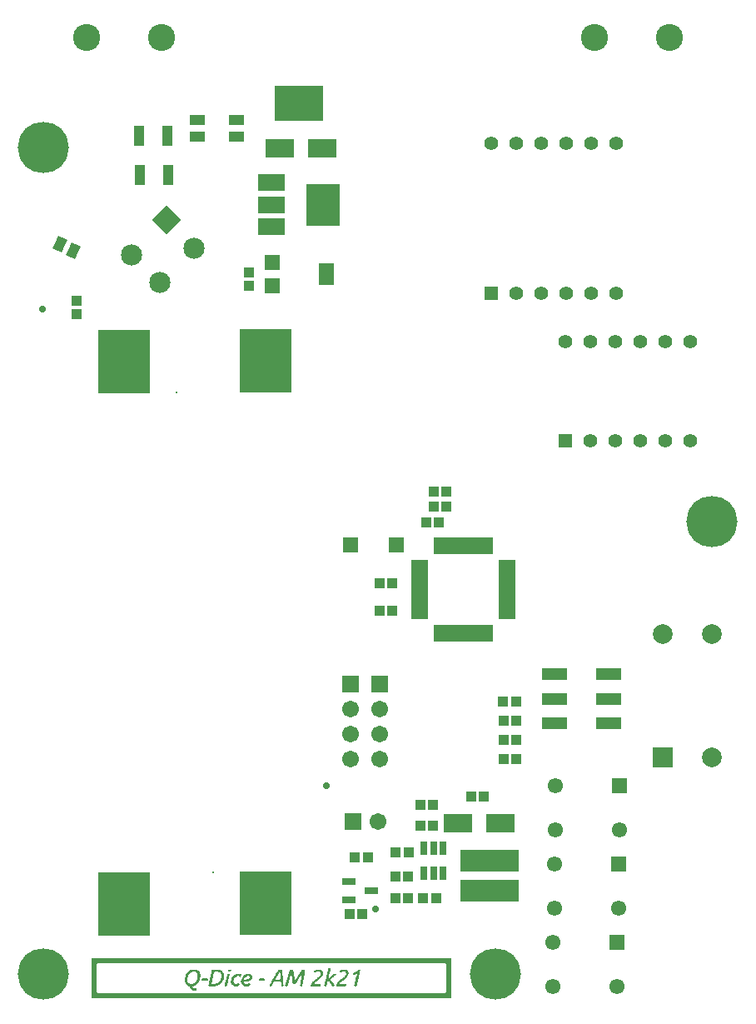
<source format=gts>
G04*
G04 #@! TF.GenerationSoftware,Altium Limited,Altium Designer,23.6.0 (18)*
G04*
G04 Layer_Color=8388736*
%FSLAX44Y44*%
%MOMM*%
G71*
G04*
G04 #@! TF.SameCoordinates,A28E5885-0542-4C94-BDD8-BFCE9456E40A*
G04*
G04*
G04 #@! TF.FilePolarity,Negative*
G04*
G01*
G75*
%ADD35R,2.5000X1.2000*%
%ADD36R,1.3532X0.8032*%
%ADD37R,1.5032X2.2032*%
%ADD38R,1.5032X1.5032*%
%ADD39R,1.7032X0.5032*%
%ADD40R,0.5032X1.7032*%
%ADD41R,5.9032X2.2032*%
G04:AMPARAMS|DCode=42|XSize=1.0032mm|YSize=1.4032mm|CornerRadius=0mm|HoleSize=0mm|Usage=FLASHONLY|Rotation=335.000|XOffset=0mm|YOffset=0mm|HoleType=Round|Shape=Rectangle|*
%AMROTATEDRECTD42*
4,1,4,-0.7511,-0.4239,-0.1581,0.8479,0.7511,0.4239,0.1581,-0.8479,-0.7511,-0.4239,0.0*
%
%ADD42ROTATEDRECTD42*%

%ADD43R,1.0032X1.1032*%
%ADD44R,1.1032X1.0032*%
%ADD45R,3.4532X4.2032*%
%ADD46R,2.7032X1.7032*%
%ADD47R,1.6032X1.0532*%
%ADD48R,1.5532X1.5532*%
%ADD49R,2.8532X1.9532*%
%ADD50R,0.7531X1.4031*%
%ADD51R,5.2832X6.5532*%
%ADD52R,1.1032X2.0032*%
%ADD53R,4.9032X3.6032*%
%ADD54R,1.7032X1.7032*%
%ADD55C,1.7032*%
%ADD56R,1.4034X1.4034*%
%ADD57C,1.4034*%
%ADD58R,1.7032X1.7032*%
%ADD59P,3.0451X4X360.0*%
%ADD60C,2.1532*%
%ADD61C,2.7532*%
%ADD62R,0.2032X0.2032*%
%ADD63C,2.0000*%
%ADD64R,2.0000X2.0000*%
%ADD65C,1.5500*%
%ADD66R,1.5500X1.5500*%
%ADD67C,5.2032*%
%ADD68C,0.7032*%
G36*
X693250Y228351D02*
Y228112D01*
Y227873D01*
Y227635D01*
Y227396D01*
Y227157D01*
Y226918D01*
Y226679D01*
Y226440D01*
Y226201D01*
Y225962D01*
Y225723D01*
Y225485D01*
Y225246D01*
Y225007D01*
Y224768D01*
Y224529D01*
Y224290D01*
Y224051D01*
Y223812D01*
Y223573D01*
Y223334D01*
Y223095D01*
Y222857D01*
Y222618D01*
Y222379D01*
Y222140D01*
Y221901D01*
Y221662D01*
Y221423D01*
Y221184D01*
Y220945D01*
Y220707D01*
Y220468D01*
Y220229D01*
Y219990D01*
Y219751D01*
Y219512D01*
Y219273D01*
Y219034D01*
Y218795D01*
Y218556D01*
Y218318D01*
Y218079D01*
Y217840D01*
Y217601D01*
Y217362D01*
Y217123D01*
Y216884D01*
Y216645D01*
Y216406D01*
Y216168D01*
Y215929D01*
Y215690D01*
Y215451D01*
Y215212D01*
Y214973D01*
Y214734D01*
Y214495D01*
Y214256D01*
Y214018D01*
Y213779D01*
Y213540D01*
Y213301D01*
Y213062D01*
Y212823D01*
Y212584D01*
Y212345D01*
Y212106D01*
Y211867D01*
Y211628D01*
Y211390D01*
Y211151D01*
Y210912D01*
Y210673D01*
Y210434D01*
Y210195D01*
Y209956D01*
Y209717D01*
Y209478D01*
Y209240D01*
Y209001D01*
Y208762D01*
Y208523D01*
Y208284D01*
Y208045D01*
Y207806D01*
Y207567D01*
Y207328D01*
Y207090D01*
Y206851D01*
Y206612D01*
Y206373D01*
Y206134D01*
Y205895D01*
Y205656D01*
Y205417D01*
Y205178D01*
Y204939D01*
Y204701D01*
Y204462D01*
Y204223D01*
Y203984D01*
Y203745D01*
Y203506D01*
Y203267D01*
Y203028D01*
Y202789D01*
Y202551D01*
Y202312D01*
Y202073D01*
Y201834D01*
Y201595D01*
Y201356D01*
Y201117D01*
Y200878D01*
Y200639D01*
Y200400D01*
Y200161D01*
Y199923D01*
Y199684D01*
Y199445D01*
Y199206D01*
Y198967D01*
Y198728D01*
Y198489D01*
Y198250D01*
Y198011D01*
Y197773D01*
Y197534D01*
Y197295D01*
Y197056D01*
Y196817D01*
Y196578D01*
Y196339D01*
Y196100D01*
Y195861D01*
Y195623D01*
Y195384D01*
Y195145D01*
Y194906D01*
Y194667D01*
Y194428D01*
Y194189D01*
Y193950D01*
Y193711D01*
Y193472D01*
Y193234D01*
Y192995D01*
Y192756D01*
Y192517D01*
Y192278D01*
Y192039D01*
Y191800D01*
Y191561D01*
Y191322D01*
Y191083D01*
Y190845D01*
Y190606D01*
Y190367D01*
Y190128D01*
Y189889D01*
Y189650D01*
Y189411D01*
Y189172D01*
Y188933D01*
Y188694D01*
Y188456D01*
Y188217D01*
X327500D01*
Y188456D01*
Y188694D01*
Y188933D01*
Y189172D01*
Y189411D01*
Y189650D01*
Y189889D01*
Y190128D01*
Y190367D01*
Y190606D01*
Y190845D01*
Y191083D01*
Y191322D01*
Y191561D01*
Y191800D01*
Y192039D01*
Y192278D01*
Y192517D01*
Y192756D01*
Y192995D01*
Y193234D01*
Y193472D01*
Y193711D01*
Y193950D01*
Y194189D01*
Y194428D01*
Y194667D01*
Y194906D01*
Y195145D01*
Y195384D01*
Y195623D01*
Y195861D01*
Y196100D01*
Y196339D01*
Y196578D01*
Y196817D01*
Y197056D01*
Y197295D01*
Y197534D01*
Y197773D01*
Y198011D01*
Y198250D01*
Y198489D01*
Y198728D01*
Y198967D01*
Y199206D01*
Y199445D01*
Y199684D01*
Y199923D01*
Y200161D01*
Y200400D01*
Y200639D01*
Y200878D01*
Y201117D01*
Y201356D01*
Y201595D01*
Y201834D01*
Y202073D01*
Y202312D01*
Y202551D01*
Y202789D01*
Y203028D01*
Y203267D01*
Y203506D01*
Y203745D01*
Y203984D01*
Y204223D01*
Y204462D01*
Y204701D01*
Y204939D01*
Y205178D01*
Y205417D01*
Y205656D01*
Y205895D01*
Y206134D01*
Y206373D01*
Y206612D01*
Y206851D01*
Y207090D01*
Y207328D01*
Y207567D01*
Y207806D01*
Y208045D01*
Y208284D01*
Y208523D01*
Y208762D01*
Y209001D01*
Y209240D01*
Y209478D01*
Y209717D01*
Y209956D01*
Y210195D01*
Y210434D01*
Y210673D01*
Y210912D01*
Y211151D01*
Y211390D01*
Y211628D01*
Y211867D01*
Y212106D01*
Y212345D01*
Y212584D01*
Y212823D01*
Y213062D01*
Y213301D01*
Y213540D01*
Y213779D01*
Y214018D01*
Y214256D01*
Y214495D01*
Y214734D01*
Y214973D01*
Y215212D01*
Y215451D01*
Y215690D01*
Y215929D01*
Y216168D01*
Y216406D01*
Y216645D01*
Y216884D01*
Y217123D01*
Y217362D01*
Y217601D01*
Y217840D01*
Y218079D01*
Y218318D01*
Y218556D01*
Y218795D01*
Y219034D01*
Y219273D01*
Y219512D01*
Y219751D01*
Y219990D01*
Y220229D01*
Y220468D01*
Y220707D01*
Y220945D01*
Y221184D01*
Y221423D01*
Y221662D01*
Y221901D01*
Y222140D01*
Y222379D01*
Y222618D01*
Y222857D01*
Y223095D01*
Y223334D01*
Y223573D01*
Y223812D01*
Y224051D01*
Y224290D01*
Y224529D01*
Y224768D01*
Y225007D01*
Y225246D01*
Y225485D01*
Y225723D01*
Y225962D01*
Y226201D01*
Y226440D01*
Y226679D01*
Y226918D01*
Y227157D01*
Y227396D01*
Y227635D01*
Y227873D01*
Y228112D01*
Y228351D01*
Y228590D01*
X693250D01*
Y228351D01*
D02*
G37*
%LPC*%
G36*
X687278Y223334D02*
X333472D01*
Y223095D01*
X333233D01*
Y222857D01*
X332995D01*
Y222618D01*
Y222379D01*
X332756D01*
Y222140D01*
Y221901D01*
Y221662D01*
Y221423D01*
Y221184D01*
Y220945D01*
Y220707D01*
Y220468D01*
Y220229D01*
Y219990D01*
Y219751D01*
Y219512D01*
Y219273D01*
Y219034D01*
Y218795D01*
Y218556D01*
Y218318D01*
Y218079D01*
Y217840D01*
Y217601D01*
Y217362D01*
Y217123D01*
Y216884D01*
Y216645D01*
Y216406D01*
Y216168D01*
Y215929D01*
Y215690D01*
Y215451D01*
Y215212D01*
Y214973D01*
Y214734D01*
Y214495D01*
Y214256D01*
Y214018D01*
Y213779D01*
Y213540D01*
Y213301D01*
Y213062D01*
Y212823D01*
Y212584D01*
Y212345D01*
Y212106D01*
Y211867D01*
Y211628D01*
Y211390D01*
Y211151D01*
Y210912D01*
Y210673D01*
Y210434D01*
Y210195D01*
Y209956D01*
Y209717D01*
Y209478D01*
Y209240D01*
Y209001D01*
Y208762D01*
Y208523D01*
Y208284D01*
Y208045D01*
Y207806D01*
Y207567D01*
Y207328D01*
Y207090D01*
Y206851D01*
Y206612D01*
Y206373D01*
Y206134D01*
Y205895D01*
Y205656D01*
Y205417D01*
Y205178D01*
Y204939D01*
Y204701D01*
Y204462D01*
Y204223D01*
Y203984D01*
Y203745D01*
Y203506D01*
Y203267D01*
Y203028D01*
Y202789D01*
Y202551D01*
Y202312D01*
Y202073D01*
Y201834D01*
Y201595D01*
Y201356D01*
Y201117D01*
Y200878D01*
Y200639D01*
Y200400D01*
Y200161D01*
Y199923D01*
Y199684D01*
Y199445D01*
Y199206D01*
Y198967D01*
Y198728D01*
Y198489D01*
Y198250D01*
Y198011D01*
Y197773D01*
Y197534D01*
Y197295D01*
Y197056D01*
Y196817D01*
Y196578D01*
Y196339D01*
Y196100D01*
Y195861D01*
Y195623D01*
Y195384D01*
Y195145D01*
Y194906D01*
Y194667D01*
Y194428D01*
Y194189D01*
Y193950D01*
Y193711D01*
X332995D01*
Y193472D01*
X333233D01*
Y193234D01*
X687516D01*
Y193472D01*
X687755D01*
Y193711D01*
X687994D01*
Y193950D01*
Y194189D01*
Y194428D01*
Y194667D01*
Y194906D01*
Y195145D01*
Y195384D01*
Y195623D01*
Y195861D01*
Y196100D01*
Y196339D01*
Y196578D01*
Y196817D01*
Y197056D01*
Y197295D01*
Y197534D01*
Y197773D01*
Y198011D01*
Y198250D01*
Y198489D01*
Y198728D01*
Y198967D01*
Y199206D01*
Y199445D01*
Y199684D01*
Y199923D01*
Y200161D01*
Y200400D01*
Y200639D01*
Y200878D01*
Y201117D01*
Y201356D01*
Y201595D01*
Y201834D01*
Y202073D01*
Y202312D01*
Y202551D01*
Y202789D01*
Y203028D01*
Y203267D01*
Y203506D01*
Y203745D01*
Y203984D01*
Y204223D01*
Y204462D01*
Y204701D01*
Y204939D01*
Y205178D01*
Y205417D01*
Y205656D01*
Y205895D01*
Y206134D01*
Y206373D01*
Y206612D01*
Y206851D01*
Y207090D01*
Y207328D01*
Y207567D01*
Y207806D01*
Y208045D01*
Y208284D01*
Y208523D01*
Y208762D01*
Y209001D01*
Y209240D01*
Y209478D01*
Y209717D01*
Y209956D01*
Y210195D01*
Y210434D01*
Y210673D01*
Y210912D01*
Y211151D01*
Y211390D01*
Y211628D01*
Y211867D01*
Y212106D01*
Y212345D01*
Y212584D01*
Y212823D01*
Y213062D01*
Y213301D01*
Y213540D01*
Y213779D01*
Y214018D01*
Y214256D01*
Y214495D01*
Y214734D01*
Y214973D01*
Y215212D01*
Y215451D01*
Y215690D01*
Y215929D01*
Y216168D01*
Y216406D01*
Y216645D01*
Y216884D01*
Y217123D01*
Y217362D01*
Y217601D01*
Y217840D01*
Y218079D01*
Y218318D01*
Y218556D01*
Y218795D01*
Y219034D01*
Y219273D01*
Y219512D01*
Y219751D01*
Y219990D01*
Y220229D01*
Y220468D01*
Y220707D01*
Y220945D01*
Y221184D01*
Y221423D01*
Y221662D01*
Y221901D01*
Y222140D01*
Y222379D01*
X687755D01*
Y222618D01*
Y222857D01*
X687516D01*
Y223095D01*
X687278D01*
Y223334D01*
D02*
G37*
%LPD*%
G36*
X468449Y216884D02*
X468927D01*
Y216645D01*
Y216406D01*
X469165D01*
Y216168D01*
X468927D01*
Y215929D01*
Y215690D01*
Y215451D01*
X468688D01*
Y215212D01*
X468210D01*
Y214973D01*
X466538D01*
Y215212D01*
X466299D01*
Y215451D01*
Y215690D01*
Y215929D01*
Y216168D01*
Y216406D01*
Y216645D01*
X466538D01*
Y216884D01*
X466777D01*
Y217123D01*
X468449D01*
Y216884D01*
D02*
G37*
G36*
X478721Y212345D02*
X479199D01*
Y212106D01*
X479438D01*
Y211867D01*
X479677D01*
Y211628D01*
Y211390D01*
Y211151D01*
Y210912D01*
X479438D01*
Y210673D01*
Y210434D01*
X479199D01*
Y210195D01*
Y209956D01*
X478960D01*
Y209717D01*
X478721D01*
Y209478D01*
X478005D01*
Y209717D01*
X477766D01*
Y209956D01*
X477527D01*
Y210195D01*
X477288D01*
Y210434D01*
X475854D01*
Y210195D01*
X475138D01*
Y209956D01*
X474899D01*
Y209717D01*
X474421D01*
Y209478D01*
X473704D01*
Y209240D01*
X473227D01*
Y209001D01*
X472988D01*
Y208762D01*
Y208523D01*
X472749D01*
Y208284D01*
X472510D01*
Y208045D01*
X472271D01*
Y207806D01*
X472032D01*
Y207567D01*
Y207328D01*
X471793D01*
Y207090D01*
Y206851D01*
Y206612D01*
Y206373D01*
Y206134D01*
Y205895D01*
Y205656D01*
X471554D01*
Y205417D01*
Y205178D01*
Y204939D01*
Y204701D01*
Y204462D01*
X471793D01*
Y204223D01*
Y203984D01*
Y203745D01*
X472032D01*
Y203506D01*
Y203267D01*
X472271D01*
Y203028D01*
X472510D01*
Y202789D01*
X472749D01*
Y202551D01*
X473227D01*
Y202312D01*
X475377D01*
Y202551D01*
X475616D01*
Y202789D01*
X475854D01*
Y203028D01*
X476332D01*
Y203267D01*
X477049D01*
Y203028D01*
X477288D01*
Y202789D01*
X477527D01*
Y202551D01*
Y202312D01*
X477766D01*
Y202073D01*
Y201834D01*
Y201595D01*
X477527D01*
Y201356D01*
Y201117D01*
X477288D01*
Y200878D01*
X477049D01*
Y200639D01*
X476810D01*
Y200400D01*
X476093D01*
Y200161D01*
X471793D01*
Y200400D01*
X471315D01*
Y200639D01*
X471077D01*
Y200878D01*
X470838D01*
Y201117D01*
X470360D01*
Y201356D01*
X470121D01*
Y201595D01*
X469882D01*
Y201834D01*
X469643D01*
Y202073D01*
Y202312D01*
Y202551D01*
X469404D01*
Y202789D01*
Y203028D01*
X469165D01*
Y203267D01*
Y203506D01*
X468927D01*
Y203745D01*
Y203984D01*
Y204223D01*
Y204462D01*
Y204701D01*
Y204939D01*
Y205178D01*
Y205417D01*
Y205656D01*
Y205895D01*
Y206134D01*
X469165D01*
Y206373D01*
Y206612D01*
Y206851D01*
X469404D01*
Y207090D01*
Y207328D01*
Y207567D01*
X469643D01*
Y207806D01*
Y208045D01*
Y208284D01*
X469882D01*
Y208523D01*
Y208762D01*
X470121D01*
Y209001D01*
X470360D01*
Y209240D01*
Y209478D01*
X470599D01*
Y209717D01*
X470838D01*
Y209956D01*
Y210195D01*
X471077D01*
Y210434D01*
X471315D01*
Y210673D01*
X471554D01*
Y210912D01*
X472032D01*
Y211151D01*
X472271D01*
Y211390D01*
X472749D01*
Y211628D01*
X473227D01*
Y211867D01*
X473466D01*
Y212106D01*
X473704D01*
Y212345D01*
X474182D01*
Y212584D01*
X478721D01*
Y212345D01*
D02*
G37*
G36*
X543940Y216884D02*
X544179D01*
Y216645D01*
Y216406D01*
Y216168D01*
Y215929D01*
Y215690D01*
Y215451D01*
X543940D01*
Y215212D01*
Y214973D01*
Y214734D01*
Y214495D01*
Y214256D01*
Y214018D01*
Y213779D01*
Y213540D01*
Y213301D01*
Y213062D01*
Y212823D01*
X543701D01*
Y212584D01*
Y212345D01*
Y212106D01*
Y211867D01*
Y211628D01*
Y211390D01*
Y211151D01*
X543462D01*
Y210912D01*
Y210673D01*
Y210434D01*
Y210195D01*
X543223D01*
Y209956D01*
Y209717D01*
Y209478D01*
X542984D01*
Y209240D01*
Y209001D01*
Y208762D01*
Y208523D01*
Y208284D01*
Y208045D01*
Y207806D01*
Y207567D01*
Y207328D01*
Y207090D01*
Y206851D01*
Y206612D01*
X542745D01*
Y206373D01*
Y206134D01*
Y205895D01*
Y205656D01*
Y205417D01*
X542506D01*
Y205178D01*
Y204939D01*
Y204701D01*
Y204462D01*
Y204223D01*
Y203984D01*
Y203745D01*
Y203506D01*
X542268D01*
Y203267D01*
Y203028D01*
X542029D01*
Y202789D01*
Y202551D01*
Y202312D01*
X541790D01*
Y202073D01*
Y201834D01*
Y201595D01*
Y201356D01*
Y201117D01*
Y200878D01*
Y200639D01*
Y200400D01*
X541551D01*
Y200161D01*
X539401D01*
Y200400D01*
X539162D01*
Y200639D01*
X538923D01*
Y200878D01*
Y201117D01*
X539162D01*
Y201356D01*
X539401D01*
Y201595D01*
Y201834D01*
X539640D01*
Y202073D01*
Y202312D01*
Y202551D01*
Y202789D01*
Y203028D01*
Y203267D01*
Y203506D01*
Y203745D01*
X539879D01*
Y203984D01*
Y204223D01*
Y204462D01*
Y204701D01*
Y204939D01*
Y205178D01*
Y205417D01*
Y205656D01*
X540118D01*
Y205895D01*
Y206134D01*
Y206373D01*
Y206612D01*
X540356D01*
Y206851D01*
Y207090D01*
Y207328D01*
Y207567D01*
Y207806D01*
X540595D01*
Y208045D01*
Y208284D01*
Y208523D01*
X540834D01*
Y208762D01*
Y209001D01*
Y209240D01*
Y209478D01*
Y209717D01*
Y209956D01*
Y210195D01*
Y210434D01*
Y210673D01*
Y210912D01*
X540595D01*
Y211151D01*
X540118D01*
Y210912D01*
X539879D01*
Y210673D01*
X539640D01*
Y210434D01*
Y210195D01*
X539401D01*
Y209956D01*
Y209717D01*
X539162D01*
Y209478D01*
Y209240D01*
X538923D01*
Y209001D01*
X538684D01*
Y208762D01*
X538445D01*
Y208523D01*
Y208284D01*
Y208045D01*
X538206D01*
Y207806D01*
Y207567D01*
X537967D01*
Y207328D01*
X537729D01*
Y207090D01*
X537490D01*
Y206851D01*
Y206612D01*
X537251D01*
Y206373D01*
Y206134D01*
X537012D01*
Y205895D01*
X536773D01*
Y205656D01*
Y205417D01*
X536534D01*
Y205178D01*
X536295D01*
Y204939D01*
Y204701D01*
X536056D01*
Y204462D01*
Y204223D01*
X535817D01*
Y203984D01*
X535578D01*
Y203745D01*
X535340D01*
Y203506D01*
X535101D01*
Y203267D01*
Y203028D01*
X534862D01*
Y202789D01*
Y202551D01*
X534384D01*
Y202312D01*
X532712D01*
Y202551D01*
X532234D01*
Y202789D01*
X531995D01*
Y203028D01*
X531756D01*
Y203267D01*
Y203506D01*
Y203745D01*
Y203984D01*
Y204223D01*
Y204462D01*
Y204701D01*
Y204939D01*
Y205178D01*
Y205417D01*
Y205656D01*
Y205895D01*
Y206134D01*
Y206373D01*
X531517D01*
Y206612D01*
Y206851D01*
Y207090D01*
Y207328D01*
X531278D01*
Y207567D01*
Y207806D01*
X531040D01*
Y208045D01*
Y208284D01*
Y208523D01*
Y208762D01*
Y209001D01*
Y209240D01*
Y209478D01*
Y209717D01*
X530801D01*
Y209956D01*
Y210195D01*
Y210434D01*
X530562D01*
Y210673D01*
X530323D01*
Y210912D01*
X529845D01*
Y210673D01*
X529606D01*
Y210434D01*
X529367D01*
Y210195D01*
Y209956D01*
X529128D01*
Y209717D01*
Y209478D01*
Y209240D01*
Y209001D01*
Y208762D01*
Y208523D01*
Y208284D01*
Y208045D01*
X528889D01*
Y207806D01*
Y207567D01*
Y207328D01*
X528651D01*
Y207090D01*
Y206851D01*
X528412D01*
Y206612D01*
Y206373D01*
X528173D01*
Y206134D01*
Y205895D01*
Y205656D01*
Y205417D01*
Y205178D01*
X527934D01*
Y204939D01*
Y204701D01*
Y204462D01*
Y204223D01*
Y203984D01*
Y203745D01*
X527695D01*
Y203506D01*
Y203267D01*
Y203028D01*
Y202789D01*
X527456D01*
Y202551D01*
Y202312D01*
X527217D01*
Y202073D01*
Y201834D01*
Y201595D01*
X526978D01*
Y201356D01*
Y201117D01*
Y200878D01*
Y200639D01*
X526739D01*
Y200400D01*
X526501D01*
Y200161D01*
X524350D01*
Y200400D01*
X524112D01*
Y200639D01*
Y200878D01*
Y201117D01*
X524350D01*
Y201356D01*
Y201595D01*
X524589D01*
Y201834D01*
Y202073D01*
X524828D01*
Y202312D01*
Y202551D01*
Y202789D01*
Y203028D01*
Y203267D01*
Y203506D01*
Y203745D01*
Y203984D01*
X525067D01*
Y204223D01*
Y204462D01*
Y204701D01*
X525306D01*
Y204939D01*
Y205178D01*
X525545D01*
Y205417D01*
Y205656D01*
X525784D01*
Y205895D01*
Y206134D01*
Y206373D01*
X526023D01*
Y206612D01*
Y206851D01*
Y207090D01*
Y207328D01*
Y207567D01*
Y207806D01*
Y208045D01*
X526262D01*
Y208284D01*
Y208523D01*
Y208762D01*
X526501D01*
Y209001D01*
Y209240D01*
X526739D01*
Y209478D01*
Y209717D01*
X526978D01*
Y209956D01*
Y210195D01*
Y210434D01*
Y210673D01*
Y210912D01*
X527217D01*
Y211151D01*
Y211390D01*
Y211628D01*
X527456D01*
Y211867D01*
Y212106D01*
Y212345D01*
Y212584D01*
X527695D01*
Y212823D01*
Y213062D01*
Y213301D01*
X527934D01*
Y213540D01*
Y213779D01*
X528173D01*
Y214018D01*
Y214256D01*
Y214495D01*
Y214734D01*
X528412D01*
Y214973D01*
Y215212D01*
Y215451D01*
Y215690D01*
X528651D01*
Y215929D01*
Y216168D01*
X528889D01*
Y216406D01*
Y216645D01*
X529128D01*
Y216884D01*
X529367D01*
Y217123D01*
X531756D01*
Y216884D01*
X532234D01*
Y216645D01*
Y216406D01*
X532473D01*
Y216168D01*
Y215929D01*
Y215690D01*
Y215451D01*
Y215212D01*
X532712D01*
Y214973D01*
Y214734D01*
Y214495D01*
Y214256D01*
Y214018D01*
Y213779D01*
Y213540D01*
X532951D01*
Y213301D01*
Y213062D01*
Y212823D01*
Y212584D01*
Y212345D01*
Y212106D01*
X533190D01*
Y211867D01*
Y211628D01*
Y211390D01*
X533428D01*
Y211151D01*
Y210912D01*
Y210673D01*
Y210434D01*
Y210195D01*
X533667D01*
Y209956D01*
Y209717D01*
Y209478D01*
Y209240D01*
Y209001D01*
Y208762D01*
Y208523D01*
Y208284D01*
Y208045D01*
Y207806D01*
Y207567D01*
Y207328D01*
X533906D01*
Y207090D01*
Y206851D01*
Y206612D01*
X534384D01*
Y206373D01*
X534623D01*
Y206612D01*
X534862D01*
Y206851D01*
X535101D01*
Y207090D01*
Y207328D01*
X535340D01*
Y207567D01*
Y207806D01*
X535578D01*
Y208045D01*
Y208284D01*
X535817D01*
Y208523D01*
X536056D01*
Y208762D01*
Y209001D01*
X536295D01*
Y209240D01*
Y209478D01*
X536534D01*
Y209717D01*
X536773D01*
Y209956D01*
X537012D01*
Y210195D01*
X537251D01*
Y210434D01*
Y210673D01*
X537490D01*
Y210912D01*
Y211151D01*
Y211390D01*
X537729D01*
Y211628D01*
X537967D01*
Y211867D01*
Y212106D01*
X538206D01*
Y212345D01*
X538445D01*
Y212584D01*
Y212823D01*
X538684D01*
Y213062D01*
Y213301D01*
X538923D01*
Y213540D01*
X539162D01*
Y213779D01*
X539401D01*
Y214018D01*
X539640D01*
Y214256D01*
Y214495D01*
Y214734D01*
X539879D01*
Y214973D01*
Y215212D01*
X540118D01*
Y215451D01*
X540356D01*
Y215690D01*
X540595D01*
Y215929D01*
Y216168D01*
X540834D01*
Y216406D01*
Y216645D01*
X541073D01*
Y216884D01*
X541312D01*
Y217123D01*
X543940D01*
Y216884D01*
D02*
G37*
G36*
X502850Y207806D02*
X503328D01*
Y207567D01*
X503567D01*
Y207328D01*
X503805D01*
Y207090D01*
Y206851D01*
Y206612D01*
X503567D01*
Y206373D01*
Y206134D01*
X503089D01*
Y205895D01*
X501894D01*
Y205656D01*
X501655D01*
Y205895D01*
X498788D01*
Y205656D01*
X498072D01*
Y205895D01*
X497355D01*
Y206134D01*
Y206373D01*
Y206612D01*
X497116D01*
Y206851D01*
X497355D01*
Y207090D01*
Y207328D01*
Y207567D01*
X497594D01*
Y207806D01*
X498311D01*
Y208045D01*
X502850D01*
Y207806D01*
D02*
G37*
G36*
X445276D02*
X445515D01*
Y207567D01*
Y207328D01*
Y207090D01*
Y206851D01*
Y206612D01*
Y206373D01*
Y206134D01*
X445276D01*
Y205895D01*
X444798D01*
Y205656D01*
X444081D01*
Y205895D01*
X439542D01*
Y206134D01*
X439303D01*
Y206373D01*
Y206612D01*
Y206851D01*
Y207090D01*
X439542D01*
Y207328D01*
Y207567D01*
X439781D01*
Y207806D01*
X440259D01*
Y208045D01*
X445276D01*
Y207806D01*
D02*
G37*
G36*
X488516Y212345D02*
X488994D01*
Y212106D01*
X489233D01*
Y211867D01*
X489711D01*
Y211628D01*
X489949D01*
Y211390D01*
X490188D01*
Y211151D01*
Y210912D01*
Y210673D01*
X490427D01*
Y210434D01*
Y210195D01*
Y209956D01*
X490666D01*
Y209717D01*
Y209478D01*
Y209240D01*
X490905D01*
Y209001D01*
X490666D01*
Y208762D01*
Y208523D01*
Y208284D01*
X490427D01*
Y208045D01*
Y207806D01*
X490188D01*
Y207567D01*
Y207328D01*
X489949D01*
Y207090D01*
Y206851D01*
X489711D01*
Y206612D01*
X489233D01*
Y206373D01*
Y206134D01*
X488755D01*
Y205895D01*
X488277D01*
Y205656D01*
X488038D01*
Y205417D01*
X487560D01*
Y205178D01*
X487083D01*
Y204939D01*
X485410D01*
Y204701D01*
X482544D01*
Y204462D01*
X482066D01*
Y204223D01*
Y203984D01*
Y203745D01*
Y203506D01*
Y203267D01*
X482305D01*
Y203028D01*
X482783D01*
Y202789D01*
X483021D01*
Y202551D01*
X483499D01*
Y202312D01*
X486127D01*
Y202551D01*
X486605D01*
Y202789D01*
X486844D01*
Y203028D01*
X487322D01*
Y203267D01*
X488038D01*
Y203028D01*
X488516D01*
Y202789D01*
Y202551D01*
X488755D01*
Y202312D01*
Y202073D01*
Y201834D01*
X488516D01*
Y201595D01*
X488277D01*
Y201356D01*
Y201117D01*
X488038D01*
Y200878D01*
X487799D01*
Y200639D01*
X487560D01*
Y200400D01*
X487083D01*
Y200161D01*
X481827D01*
Y200400D01*
X481588D01*
Y200639D01*
X481349D01*
Y200878D01*
X481110D01*
Y201117D01*
X480871D01*
Y201356D01*
X480393D01*
Y201595D01*
X480155D01*
Y201834D01*
Y202073D01*
X479916D01*
Y202312D01*
Y202551D01*
X479677D01*
Y202789D01*
Y203028D01*
X479438D01*
Y203267D01*
Y203506D01*
Y203745D01*
Y203984D01*
X479199D01*
Y204223D01*
Y204462D01*
Y204701D01*
Y204939D01*
Y205178D01*
Y205417D01*
X479438D01*
Y205656D01*
Y205895D01*
Y206134D01*
X479677D01*
Y206373D01*
Y206612D01*
X479916D01*
Y206851D01*
Y207090D01*
Y207328D01*
X480155D01*
Y207567D01*
Y207806D01*
Y208045D01*
Y208284D01*
Y208523D01*
X480393D01*
Y208762D01*
X480632D01*
Y209001D01*
X480871D01*
Y209240D01*
Y209478D01*
X481110D01*
Y209717D01*
Y209956D01*
X481349D01*
Y210195D01*
X481588D01*
Y210434D01*
X481827D01*
Y210673D01*
X482066D01*
Y210912D01*
X482305D01*
Y211151D01*
X482544D01*
Y211390D01*
X483021D01*
Y211628D01*
X483499D01*
Y211867D01*
X483738D01*
Y212106D01*
X483977D01*
Y212345D01*
X484455D01*
Y212584D01*
X488516D01*
Y212345D01*
D02*
G37*
G36*
X457221Y216884D02*
X457698D01*
Y216645D01*
X458176D01*
Y216406D01*
X458415D01*
Y216168D01*
X459132D01*
Y215929D01*
X459610D01*
Y215690D01*
X459849D01*
Y215451D01*
X460087D01*
Y215212D01*
X460326D01*
Y214973D01*
X460565D01*
Y214734D01*
Y214495D01*
X460804D01*
Y214256D01*
X461043D01*
Y214018D01*
Y213779D01*
X461282D01*
Y213540D01*
X461521D01*
Y213301D01*
Y213062D01*
Y212823D01*
Y212584D01*
Y212345D01*
Y212106D01*
Y211867D01*
Y211628D01*
Y211390D01*
X461760D01*
Y211151D01*
Y210912D01*
Y210673D01*
Y210434D01*
Y210195D01*
Y209956D01*
Y209717D01*
Y209478D01*
Y209240D01*
Y209001D01*
X461521D01*
Y208762D01*
Y208523D01*
Y208284D01*
Y208045D01*
Y207806D01*
Y207567D01*
Y207328D01*
Y207090D01*
Y206851D01*
X461282D01*
Y206612D01*
Y206373D01*
X461043D01*
Y206134D01*
X460804D01*
Y205895D01*
Y205656D01*
X460565D01*
Y205417D01*
Y205178D01*
X460326D01*
Y204939D01*
Y204701D01*
Y204462D01*
X460087D01*
Y204223D01*
Y203984D01*
X459849D01*
Y203745D01*
X459610D01*
Y203506D01*
X459371D01*
Y203267D01*
X459132D01*
Y203028D01*
X458893D01*
Y202789D01*
X458654D01*
Y202551D01*
X458415D01*
Y202312D01*
X457937D01*
Y202073D01*
X457698D01*
Y201834D01*
X457459D01*
Y201595D01*
X456982D01*
Y201356D01*
X456265D01*
Y201117D01*
X455787D01*
Y200878D01*
X455548D01*
Y200639D01*
X455070D01*
Y200400D01*
X453637D01*
Y200161D01*
X446470D01*
Y200400D01*
X445993D01*
Y200639D01*
Y200878D01*
Y201117D01*
Y201356D01*
X446231D01*
Y201595D01*
X446470D01*
Y201834D01*
Y202073D01*
X446709D01*
Y202312D01*
Y202551D01*
Y202789D01*
Y203028D01*
X446948D01*
Y203267D01*
Y203506D01*
Y203745D01*
Y203984D01*
Y204223D01*
Y204462D01*
Y204701D01*
Y204939D01*
Y205178D01*
Y205417D01*
X447187D01*
Y205656D01*
Y205895D01*
Y206134D01*
Y206373D01*
X447426D01*
Y206612D01*
Y206851D01*
Y207090D01*
X447665D01*
Y207328D01*
Y207567D01*
X447904D01*
Y207806D01*
Y208045D01*
Y208284D01*
Y208523D01*
Y208762D01*
Y209001D01*
X448143D01*
Y209240D01*
Y209478D01*
Y209717D01*
Y209956D01*
Y210195D01*
Y210434D01*
X448382D01*
Y210673D01*
Y210912D01*
Y211151D01*
Y211390D01*
Y211628D01*
X448620D01*
Y211867D01*
Y212106D01*
X448859D01*
Y212345D01*
Y212584D01*
X449098D01*
Y212823D01*
Y213062D01*
Y213301D01*
Y213540D01*
Y213779D01*
Y214018D01*
Y214256D01*
Y214495D01*
X449337D01*
Y214734D01*
Y214973D01*
Y215212D01*
Y215451D01*
Y215690D01*
Y215929D01*
Y216168D01*
X449576D01*
Y216406D01*
Y216645D01*
X449815D01*
Y216884D01*
X450054D01*
Y217123D01*
X457221D01*
Y216884D01*
D02*
G37*
G36*
X600319D02*
X600797D01*
Y216645D01*
Y216406D01*
Y216168D01*
X600558D01*
Y215929D01*
Y215690D01*
X600319D01*
Y215451D01*
Y215212D01*
Y214973D01*
Y214734D01*
Y214495D01*
Y214256D01*
X600080D01*
Y214018D01*
Y213779D01*
Y213540D01*
Y213301D01*
X599842D01*
Y213062D01*
Y212823D01*
Y212584D01*
Y212345D01*
X599603D01*
Y212106D01*
Y211867D01*
X599364D01*
Y211628D01*
Y211390D01*
Y211151D01*
X599125D01*
Y210912D01*
Y210673D01*
Y210434D01*
Y210195D01*
Y209956D01*
Y209717D01*
Y209478D01*
Y209240D01*
X598886D01*
Y209001D01*
Y208762D01*
Y208523D01*
Y208284D01*
Y208045D01*
Y207806D01*
X598647D01*
Y207567D01*
Y207328D01*
Y207090D01*
X598408D01*
Y206851D01*
Y206612D01*
X598169D01*
Y206373D01*
Y206134D01*
Y205895D01*
Y205656D01*
X597930D01*
Y205417D01*
Y205178D01*
Y204939D01*
Y204701D01*
Y204462D01*
Y204223D01*
X597691D01*
Y203984D01*
Y203745D01*
Y203506D01*
Y203267D01*
Y203028D01*
X597453D01*
Y202789D01*
Y202551D01*
X597214D01*
Y202312D01*
Y202073D01*
Y201834D01*
X596975D01*
Y201595D01*
Y201356D01*
Y201117D01*
Y200878D01*
Y200639D01*
X596736D01*
Y200400D01*
X596497D01*
Y200161D01*
X596019D01*
Y199923D01*
X595303D01*
Y200161D01*
X594586D01*
Y200400D01*
X594347D01*
Y200639D01*
Y200878D01*
Y201117D01*
X594586D01*
Y201356D01*
Y201595D01*
Y201834D01*
X594825D01*
Y202073D01*
Y202312D01*
Y202551D01*
Y202789D01*
Y203028D01*
Y203267D01*
Y203506D01*
X595064D01*
Y203745D01*
Y203984D01*
Y204223D01*
Y204462D01*
X595303D01*
Y204701D01*
Y204939D01*
Y205178D01*
Y205417D01*
X595541D01*
Y205656D01*
Y205895D01*
Y206134D01*
Y206373D01*
X595780D01*
Y206612D01*
Y206851D01*
Y207090D01*
Y207328D01*
Y207567D01*
X596019D01*
Y207806D01*
Y208045D01*
Y208284D01*
Y208523D01*
Y208762D01*
Y209001D01*
X596258D01*
Y209240D01*
Y209478D01*
Y209717D01*
Y209956D01*
X596497D01*
Y210195D01*
Y210434D01*
X596736D01*
Y210673D01*
Y210912D01*
X596975D01*
Y211151D01*
Y211390D01*
Y211628D01*
Y211867D01*
Y212106D01*
Y212345D01*
Y212584D01*
X596736D01*
Y212823D01*
X596019D01*
Y212584D01*
X595541D01*
Y212345D01*
Y212106D01*
X595303D01*
Y211867D01*
X595064D01*
Y211628D01*
X593630D01*
Y211867D01*
X593391D01*
Y212106D01*
Y212345D01*
X593153D01*
Y212584D01*
Y212823D01*
Y213062D01*
Y213301D01*
X593391D01*
Y213540D01*
X593630D01*
Y213779D01*
X594347D01*
Y214018D01*
X594586D01*
Y214256D01*
X594825D01*
Y214495D01*
X595303D01*
Y214734D01*
X595780D01*
Y214973D01*
X596258D01*
Y215212D01*
X596736D01*
Y215451D01*
X596975D01*
Y215690D01*
X597214D01*
Y215929D01*
X597691D01*
Y216168D01*
X597930D01*
Y216406D01*
X598169D01*
Y216645D01*
X598408D01*
Y216884D01*
X598647D01*
Y217123D01*
X600319D01*
Y216884D01*
D02*
G37*
G36*
X585986D02*
X586463D01*
Y216645D01*
X586941D01*
Y216406D01*
X587180D01*
Y216168D01*
X587419D01*
Y215929D01*
X587658D01*
Y215690D01*
X587897D01*
Y215451D01*
Y215212D01*
X588136D01*
Y214973D01*
Y214734D01*
X588375D01*
Y214495D01*
Y214256D01*
X588614D01*
Y214018D01*
Y213779D01*
Y213540D01*
Y213301D01*
Y213062D01*
Y212823D01*
Y212584D01*
Y212345D01*
Y212106D01*
X588375D01*
Y211867D01*
Y211628D01*
Y211390D01*
X588136D01*
Y211151D01*
Y210912D01*
X587897D01*
Y210673D01*
Y210434D01*
X587658D01*
Y210195D01*
Y209956D01*
Y209717D01*
X587419D01*
Y209478D01*
X587180D01*
Y209240D01*
X586702D01*
Y209001D01*
Y208762D01*
X586463D01*
Y208523D01*
X586225D01*
Y208284D01*
X585986D01*
Y208045D01*
X585508D01*
Y207806D01*
X585269D01*
Y207567D01*
X585030D01*
Y207328D01*
X584791D01*
Y207090D01*
X584313D01*
Y206851D01*
X584075D01*
Y206612D01*
X583836D01*
Y206373D01*
X583597D01*
Y206134D01*
X583119D01*
Y205895D01*
X582641D01*
Y205656D01*
X582163D01*
Y205417D01*
X581924D01*
Y205178D01*
X581685D01*
Y204939D01*
X581447D01*
Y204701D01*
X581208D01*
Y204462D01*
X580969D01*
Y204223D01*
X580730D01*
Y203984D01*
X580252D01*
Y203745D01*
X580013D01*
Y203506D01*
X579774D01*
Y203267D01*
X579535D01*
Y203028D01*
Y202789D01*
Y202551D01*
X579774D01*
Y202312D01*
X585986D01*
Y202073D01*
X586463D01*
Y201834D01*
Y201595D01*
Y201356D01*
Y201117D01*
Y200878D01*
Y200639D01*
X586225D01*
Y200400D01*
X585747D01*
Y200161D01*
X577863D01*
Y199923D01*
X576908D01*
Y200161D01*
X576430D01*
Y200400D01*
X576191D01*
Y200639D01*
Y200878D01*
Y201117D01*
Y201356D01*
Y201595D01*
X576430D01*
Y201834D01*
Y202073D01*
X576669D01*
Y202312D01*
Y202551D01*
X576908D01*
Y202789D01*
Y203028D01*
X577146D01*
Y203267D01*
X577385D01*
Y203506D01*
Y203745D01*
X577624D01*
Y203984D01*
Y204223D01*
X577863D01*
Y204462D01*
X578102D01*
Y204701D01*
X578580D01*
Y204939D01*
Y205178D01*
X578819D01*
Y205417D01*
X579058D01*
Y205656D01*
X579296D01*
Y205895D01*
X579774D01*
Y206134D01*
Y206373D01*
X580013D01*
Y206612D01*
X580252D01*
Y206851D01*
X580730D01*
Y207090D01*
X580969D01*
Y207328D01*
X581208D01*
Y207567D01*
X581685D01*
Y207806D01*
X581924D01*
Y208045D01*
X582402D01*
Y208284D01*
X582880D01*
Y208523D01*
X583119D01*
Y208762D01*
X583358D01*
Y209001D01*
X583836D01*
Y209240D01*
X584075D01*
Y209478D01*
X584313D01*
Y209717D01*
X584552D01*
Y209956D01*
X584791D01*
Y210195D01*
X585030D01*
Y210434D01*
X585269D01*
Y210673D01*
X585508D01*
Y210912D01*
Y211151D01*
X585747D01*
Y211390D01*
Y211628D01*
Y211867D01*
X585986D01*
Y212106D01*
Y212345D01*
Y212584D01*
Y212823D01*
Y213062D01*
Y213301D01*
X585747D01*
Y213540D01*
Y213779D01*
Y214018D01*
Y214256D01*
X585508D01*
Y214495D01*
X585269D01*
Y214734D01*
X585030D01*
Y214973D01*
X582402D01*
Y214734D01*
X581924D01*
Y214495D01*
X581685D01*
Y214256D01*
X581447D01*
Y214018D01*
X580969D01*
Y213779D01*
X580252D01*
Y214018D01*
X580013D01*
Y214256D01*
X579774D01*
Y214495D01*
X579535D01*
Y214734D01*
Y214973D01*
Y215212D01*
Y215451D01*
Y215690D01*
X579774D01*
Y215929D01*
X580013D01*
Y216168D01*
X580491D01*
Y216406D01*
X580969D01*
Y216645D01*
X581447D01*
Y216884D01*
X581924D01*
Y217123D01*
X585986D01*
Y216884D01*
D02*
G37*
G36*
X570219Y218079D02*
X570457D01*
Y217840D01*
Y217601D01*
Y217362D01*
Y217123D01*
Y216884D01*
Y216645D01*
X570219D01*
Y216406D01*
Y216168D01*
Y215929D01*
Y215690D01*
X569980D01*
Y215451D01*
Y215212D01*
Y214973D01*
X569741D01*
Y214734D01*
Y214495D01*
X569502D01*
Y214256D01*
Y214018D01*
Y213779D01*
Y213540D01*
X569263D01*
Y213301D01*
Y213062D01*
Y212823D01*
Y212584D01*
Y212345D01*
Y212106D01*
X569024D01*
Y211867D01*
Y211628D01*
Y211390D01*
Y211151D01*
Y210912D01*
X568785D01*
Y210673D01*
Y210434D01*
X568546D01*
Y210195D01*
Y209956D01*
Y209717D01*
X568307D01*
Y209478D01*
Y209240D01*
Y209001D01*
Y208762D01*
Y208523D01*
Y208284D01*
X569263D01*
Y208523D01*
X569502D01*
Y208762D01*
Y209001D01*
X569741D01*
Y209240D01*
X569980D01*
Y209478D01*
X570219D01*
Y209717D01*
X570696D01*
Y209956D01*
X570935D01*
Y210195D01*
X571174D01*
Y210434D01*
X571413D01*
Y210673D01*
X571652D01*
Y210912D01*
X571891D01*
Y211151D01*
X572130D01*
Y211390D01*
X572369D01*
Y211628D01*
X572607D01*
Y211867D01*
X572846D01*
Y212106D01*
X573085D01*
Y212345D01*
X573324D01*
Y212584D01*
X575713D01*
Y212345D01*
X575952D01*
Y212106D01*
Y211867D01*
X575713D01*
Y211628D01*
X575474D01*
Y211390D01*
X575235D01*
Y211151D01*
X574996D01*
Y210912D01*
X574757D01*
Y210673D01*
X574280D01*
Y210434D01*
X574041D01*
Y210195D01*
X573802D01*
Y209956D01*
X573563D01*
Y209717D01*
X573324D01*
Y209478D01*
X573085D01*
Y209240D01*
X572846D01*
Y209001D01*
X572607D01*
Y208762D01*
X572369D01*
Y208523D01*
X572130D01*
Y208284D01*
X571652D01*
Y208045D01*
X571413D01*
Y207806D01*
X570935D01*
Y207567D01*
X570696D01*
Y207328D01*
X570457D01*
Y207090D01*
Y206851D01*
Y206612D01*
Y206373D01*
X570696D01*
Y206134D01*
Y205895D01*
X570935D01*
Y205656D01*
X571413D01*
Y205417D01*
Y205178D01*
X571652D01*
Y204939D01*
X571891D01*
Y204701D01*
Y204462D01*
X572130D01*
Y204223D01*
X572369D01*
Y203984D01*
X572607D01*
Y203745D01*
X572846D01*
Y203506D01*
Y203267D01*
X573085D01*
Y203028D01*
Y202789D01*
X573324D01*
Y202551D01*
Y202312D01*
X573563D01*
Y202073D01*
X573802D01*
Y201834D01*
Y201595D01*
X574041D01*
Y201356D01*
Y201117D01*
X574280D01*
Y200878D01*
Y200639D01*
Y200400D01*
X574041D01*
Y200161D01*
X573324D01*
Y199923D01*
X572369D01*
Y200161D01*
X571891D01*
Y200400D01*
X571652D01*
Y200639D01*
Y200878D01*
X571413D01*
Y201117D01*
Y201356D01*
X571174D01*
Y201595D01*
X570935D01*
Y201834D01*
Y202073D01*
X570696D01*
Y202312D01*
Y202551D01*
X570457D01*
Y202789D01*
Y203028D01*
X570219D01*
Y203267D01*
X569980D01*
Y203506D01*
X569741D01*
Y203745D01*
Y203984D01*
X569502D01*
Y204223D01*
X569263D01*
Y204462D01*
X569024D01*
Y204701D01*
X568785D01*
Y204939D01*
X568546D01*
Y205178D01*
X568068D01*
Y205417D01*
X567352D01*
Y205178D01*
Y204939D01*
X567113D01*
Y204701D01*
Y204462D01*
Y204223D01*
Y203984D01*
Y203745D01*
Y203506D01*
Y203267D01*
X566874D01*
Y203028D01*
Y202789D01*
Y202551D01*
Y202312D01*
Y202073D01*
X566635D01*
Y201834D01*
Y201595D01*
Y201356D01*
Y201117D01*
X566396D01*
Y200878D01*
Y200639D01*
X566157D01*
Y200400D01*
X565918D01*
Y200161D01*
X565202D01*
Y199923D01*
X564485D01*
Y200161D01*
X564007D01*
Y200400D01*
X563768D01*
Y200639D01*
Y200878D01*
Y201117D01*
Y201356D01*
Y201595D01*
X564007D01*
Y201834D01*
Y202073D01*
Y202312D01*
X564246D01*
Y202551D01*
Y202789D01*
Y203028D01*
Y203267D01*
X564485D01*
Y203506D01*
Y203745D01*
X564724D01*
Y203984D01*
Y204223D01*
Y204462D01*
Y204701D01*
X564963D01*
Y204939D01*
Y205178D01*
Y205417D01*
Y205656D01*
Y205895D01*
Y206134D01*
X565202D01*
Y206373D01*
Y206612D01*
Y206851D01*
Y207090D01*
Y207328D01*
X565441D01*
Y207567D01*
Y207806D01*
X565680D01*
Y208045D01*
Y208284D01*
Y208523D01*
X565918D01*
Y208762D01*
Y209001D01*
Y209240D01*
Y209478D01*
X566157D01*
Y209717D01*
Y209956D01*
Y210195D01*
Y210434D01*
Y210673D01*
Y210912D01*
X566396D01*
Y211151D01*
Y211390D01*
Y211628D01*
Y211867D01*
X566635D01*
Y212106D01*
Y212345D01*
Y212584D01*
X566874D01*
Y212823D01*
Y213062D01*
Y213301D01*
X567113D01*
Y213540D01*
Y213779D01*
Y214018D01*
Y214256D01*
Y214495D01*
Y214734D01*
X567352D01*
Y214973D01*
Y215212D01*
Y215451D01*
Y215690D01*
Y215929D01*
Y216168D01*
X567591D01*
Y216406D01*
Y216645D01*
Y216884D01*
Y217123D01*
X567830D01*
Y217362D01*
Y217601D01*
Y217840D01*
X568068D01*
Y218079D01*
X568546D01*
Y218318D01*
X570219D01*
Y218079D01*
D02*
G37*
G36*
X560424Y216884D02*
X560901D01*
Y216645D01*
X561140D01*
Y216406D01*
Y216168D01*
X561618D01*
Y215929D01*
X561857D01*
Y215690D01*
X562096D01*
Y215451D01*
X562335D01*
Y215212D01*
Y214973D01*
Y214734D01*
X562574D01*
Y214495D01*
Y214256D01*
Y214018D01*
Y213779D01*
Y213540D01*
X562813D01*
Y213301D01*
Y213062D01*
Y212823D01*
X562574D01*
Y212584D01*
Y212345D01*
Y212106D01*
Y211867D01*
X562335D01*
Y211628D01*
Y211390D01*
Y211151D01*
Y210912D01*
Y210673D01*
X562096D01*
Y210434D01*
X561857D01*
Y210195D01*
X561618D01*
Y209956D01*
Y209717D01*
X561379D01*
Y209478D01*
X561140D01*
Y209240D01*
X560901D01*
Y209001D01*
X560663D01*
Y208762D01*
X560424D01*
Y208523D01*
X560185D01*
Y208284D01*
X559946D01*
Y208045D01*
X559707D01*
Y207806D01*
X559468D01*
Y207567D01*
X559229D01*
Y207328D01*
X558751D01*
Y207090D01*
X558513D01*
Y206851D01*
X558035D01*
Y206612D01*
X557796D01*
Y206373D01*
Y206134D01*
X557318D01*
Y205895D01*
X557079D01*
Y205656D01*
X556601D01*
Y205417D01*
X556362D01*
Y205178D01*
X556124D01*
Y204939D01*
X555885D01*
Y204701D01*
X555407D01*
Y204462D01*
X555168D01*
Y204223D01*
X554690D01*
Y203984D01*
X554451D01*
Y203745D01*
X554212D01*
Y203506D01*
X553974D01*
Y203267D01*
Y203028D01*
X553735D01*
Y202789D01*
X553974D01*
Y202551D01*
X554212D01*
Y202312D01*
X560185D01*
Y202073D01*
X560424D01*
Y201834D01*
X560663D01*
Y201595D01*
Y201356D01*
Y201117D01*
X560424D01*
Y200878D01*
Y200639D01*
X560185D01*
Y200400D01*
X559946D01*
Y200161D01*
X559468D01*
Y199923D01*
X558990D01*
Y200161D01*
X550390D01*
Y200400D01*
X550151D01*
Y200639D01*
Y200878D01*
Y201117D01*
Y201356D01*
X550390D01*
Y201595D01*
X550629D01*
Y201834D01*
X550868D01*
Y202073D01*
Y202312D01*
X551107D01*
Y202551D01*
Y202789D01*
Y203028D01*
X551346D01*
Y203267D01*
Y203506D01*
X551585D01*
Y203745D01*
X551824D01*
Y203984D01*
Y204223D01*
X552062D01*
Y204462D01*
X552301D01*
Y204701D01*
X552540D01*
Y204939D01*
X552779D01*
Y205178D01*
X553018D01*
Y205417D01*
X553257D01*
Y205656D01*
X553496D01*
Y205895D01*
X553735D01*
Y206134D01*
X553974D01*
Y206373D01*
X554212D01*
Y206612D01*
X554690D01*
Y206851D01*
X554929D01*
Y207090D01*
X555407D01*
Y207328D01*
X555646D01*
Y207567D01*
X555885D01*
Y207806D01*
X556362D01*
Y208045D01*
X556601D01*
Y208284D01*
X557079D01*
Y208523D01*
Y208762D01*
X557557D01*
Y209001D01*
X557796D01*
Y209240D01*
X558274D01*
Y209478D01*
X558513D01*
Y209717D01*
X558751D01*
Y209956D01*
X558990D01*
Y210195D01*
X559229D01*
Y210434D01*
Y210673D01*
X559468D01*
Y210912D01*
X559707D01*
Y211151D01*
X559946D01*
Y211390D01*
X560185D01*
Y211628D01*
Y211867D01*
Y212106D01*
X560424D01*
Y212345D01*
Y212584D01*
Y212823D01*
Y213062D01*
Y213301D01*
X560185D01*
Y213540D01*
Y213779D01*
X559946D01*
Y214018D01*
X559707D01*
Y214256D01*
X559468D01*
Y214495D01*
X559229D01*
Y214734D01*
X558751D01*
Y214973D01*
X556840D01*
Y214734D01*
X556124D01*
Y214495D01*
X555885D01*
Y214256D01*
X555407D01*
Y214018D01*
X553974D01*
Y214256D01*
X553735D01*
Y214495D01*
X553496D01*
Y214734D01*
Y214973D01*
Y215212D01*
Y215451D01*
X553735D01*
Y215690D01*
X553974D01*
Y215929D01*
X554212D01*
Y216168D01*
X554690D01*
Y216406D01*
X554929D01*
Y216645D01*
X555168D01*
Y216884D01*
X556362D01*
Y217123D01*
X560424D01*
Y216884D01*
D02*
G37*
G36*
X520289D02*
X520767D01*
Y216645D01*
Y216406D01*
X521006D01*
Y216168D01*
Y215929D01*
Y215690D01*
Y215451D01*
Y215212D01*
Y214973D01*
Y214734D01*
Y214495D01*
Y214256D01*
Y214018D01*
X521245D01*
Y213779D01*
Y213540D01*
Y213301D01*
Y213062D01*
Y212823D01*
Y212584D01*
Y212345D01*
Y212106D01*
Y211867D01*
Y211628D01*
X521484D01*
Y211390D01*
Y211151D01*
Y210912D01*
Y210673D01*
X521723D01*
Y210434D01*
Y210195D01*
Y209956D01*
X521962D01*
Y209717D01*
Y209478D01*
Y209240D01*
Y209001D01*
Y208762D01*
Y208523D01*
Y208284D01*
Y208045D01*
Y207806D01*
X522200D01*
Y207567D01*
Y207328D01*
Y207090D01*
Y206851D01*
Y206612D01*
Y206373D01*
Y206134D01*
Y205895D01*
Y205656D01*
Y205417D01*
Y205178D01*
Y204939D01*
X522439D01*
Y204701D01*
Y204462D01*
Y204223D01*
Y203984D01*
Y203745D01*
Y203506D01*
Y203267D01*
Y203028D01*
Y202789D01*
Y202551D01*
Y202312D01*
Y202073D01*
Y201834D01*
X522678D01*
Y201595D01*
Y201356D01*
Y201117D01*
Y200878D01*
Y200639D01*
Y200400D01*
X522439D01*
Y200161D01*
X521723D01*
Y199923D01*
X520767D01*
Y200161D01*
X520289D01*
Y200400D01*
Y200639D01*
X520050D01*
Y200878D01*
Y201117D01*
Y201356D01*
Y201595D01*
X520289D01*
Y201834D01*
Y202073D01*
Y202312D01*
X520050D01*
Y202551D01*
Y202789D01*
Y203028D01*
Y203267D01*
Y203506D01*
Y203745D01*
Y203984D01*
X519811D01*
Y204223D01*
X519572D01*
Y204462D01*
X519095D01*
Y204701D01*
X513600D01*
Y204462D01*
X512883D01*
Y204223D01*
X512645D01*
Y203984D01*
X512406D01*
Y203745D01*
X512167D01*
Y203506D01*
Y203267D01*
X511928D01*
Y203028D01*
Y202789D01*
X511689D01*
Y202551D01*
Y202312D01*
X511450D01*
Y202073D01*
X511211D01*
Y201834D01*
Y201595D01*
X510972D01*
Y201356D01*
Y201117D01*
Y200878D01*
X510733D01*
Y200639D01*
Y200400D01*
X510494D01*
Y200161D01*
X508106D01*
Y200400D01*
X507867D01*
Y200639D01*
Y200878D01*
X508106D01*
Y201117D01*
Y201356D01*
X508344D01*
Y201595D01*
X508583D01*
Y201834D01*
X508822D01*
Y202073D01*
Y202312D01*
Y202551D01*
X509061D01*
Y202789D01*
Y203028D01*
X509300D01*
Y203267D01*
X509539D01*
Y203506D01*
X509778D01*
Y203745D01*
Y203984D01*
X510017D01*
Y204223D01*
Y204462D01*
Y204701D01*
Y204939D01*
X510256D01*
Y205178D01*
Y205417D01*
X510494D01*
Y205656D01*
X510733D01*
Y205895D01*
X510972D01*
Y206134D01*
Y206373D01*
X511211D01*
Y206612D01*
Y206851D01*
Y207090D01*
X511450D01*
Y207328D01*
X511689D01*
Y207567D01*
Y207806D01*
X511928D01*
Y208045D01*
X512167D01*
Y208284D01*
Y208523D01*
X512406D01*
Y208762D01*
Y209001D01*
X512645D01*
Y209240D01*
X512883D01*
Y209478D01*
X513122D01*
Y209717D01*
Y209956D01*
X513361D01*
Y210195D01*
Y210434D01*
Y210673D01*
X513600D01*
Y210912D01*
X513839D01*
Y211151D01*
X514078D01*
Y211390D01*
X514317D01*
Y211628D01*
Y211867D01*
X514556D01*
Y212106D01*
Y212345D01*
Y212584D01*
X514795D01*
Y212823D01*
Y213062D01*
X515033D01*
Y213301D01*
X515272D01*
Y213540D01*
X515511D01*
Y213779D01*
Y214018D01*
X515750D01*
Y214256D01*
Y214495D01*
X515989D01*
Y214734D01*
X516228D01*
Y214973D01*
X516467D01*
Y215212D01*
X516706D01*
Y215451D01*
Y215690D01*
X516945D01*
Y215929D01*
Y216168D01*
Y216406D01*
X517183D01*
Y216645D01*
X517422D01*
Y216884D01*
X517900D01*
Y217123D01*
X520289D01*
Y216884D01*
D02*
G37*
G36*
X467493Y212345D02*
X467971D01*
Y212106D01*
Y211867D01*
Y211628D01*
Y211390D01*
X467732D01*
Y211151D01*
X467493D01*
Y210912D01*
Y210673D01*
Y210434D01*
X467254D01*
Y210195D01*
Y209956D01*
Y209717D01*
Y209478D01*
Y209240D01*
Y209001D01*
Y208762D01*
X467015D01*
Y208523D01*
Y208284D01*
Y208045D01*
Y207806D01*
X466777D01*
Y207567D01*
Y207328D01*
Y207090D01*
X466538D01*
Y206851D01*
Y206612D01*
Y206373D01*
X466299D01*
Y206134D01*
Y205895D01*
Y205656D01*
Y205417D01*
X466060D01*
Y205178D01*
Y204939D01*
Y204701D01*
Y204462D01*
Y204223D01*
Y203984D01*
X465821D01*
Y203745D01*
Y203506D01*
Y203267D01*
Y203028D01*
X465582D01*
Y202789D01*
Y202551D01*
Y202312D01*
X465343D01*
Y202073D01*
Y201834D01*
Y201595D01*
X465104D01*
Y201356D01*
Y201117D01*
Y200878D01*
Y200639D01*
Y200400D01*
X464865D01*
Y200161D01*
X464388D01*
Y199923D01*
X463432D01*
Y200161D01*
X462954D01*
Y200400D01*
X462715D01*
Y200639D01*
Y200878D01*
Y201117D01*
Y201356D01*
Y201595D01*
X462954D01*
Y201834D01*
Y202073D01*
Y202312D01*
Y202551D01*
Y202789D01*
X463193D01*
Y203028D01*
Y203267D01*
Y203506D01*
Y203745D01*
Y203984D01*
X463432D01*
Y204223D01*
Y204462D01*
X463671D01*
Y204701D01*
Y204939D01*
Y205178D01*
X463910D01*
Y205417D01*
Y205656D01*
Y205895D01*
Y206134D01*
Y206373D01*
X464149D01*
Y206612D01*
Y206851D01*
Y207090D01*
Y207328D01*
Y207567D01*
Y207806D01*
Y208045D01*
Y208284D01*
X464388D01*
Y208523D01*
Y208762D01*
Y209001D01*
X464626D01*
Y209240D01*
Y209478D01*
Y209717D01*
X464865D01*
Y209956D01*
Y210195D01*
X465104D01*
Y210434D01*
Y210673D01*
Y210912D01*
Y211151D01*
Y211390D01*
Y211628D01*
Y211867D01*
X465343D01*
Y212106D01*
Y212345D01*
X465582D01*
Y212584D01*
X467493D01*
Y212345D01*
D02*
G37*
G36*
X434287Y216884D02*
X434764D01*
Y216645D01*
X435003D01*
Y216406D01*
X435242D01*
Y216168D01*
X435481D01*
Y215929D01*
X435959D01*
Y215690D01*
X436198D01*
Y215451D01*
X436437D01*
Y215212D01*
X436675D01*
Y214973D01*
X436914D01*
Y214734D01*
X437153D01*
Y214495D01*
X437392D01*
Y214256D01*
Y214018D01*
Y213779D01*
Y213540D01*
Y213301D01*
X437631D01*
Y213062D01*
Y212823D01*
Y212584D01*
Y212345D01*
X437870D01*
Y212106D01*
Y211867D01*
X438109D01*
Y211628D01*
Y211390D01*
Y211151D01*
Y210912D01*
Y210673D01*
Y210434D01*
Y210195D01*
X437870D01*
Y209956D01*
Y209717D01*
Y209478D01*
Y209240D01*
Y209001D01*
Y208762D01*
X437631D01*
Y208523D01*
Y208284D01*
Y208045D01*
Y207806D01*
X437392D01*
Y207567D01*
Y207328D01*
Y207090D01*
Y206851D01*
Y206612D01*
Y206373D01*
X437153D01*
Y206134D01*
Y205895D01*
X436914D01*
Y205656D01*
Y205417D01*
X436675D01*
Y205178D01*
Y204939D01*
X436437D01*
Y204701D01*
Y204462D01*
X436198D01*
Y204223D01*
Y203984D01*
X435959D01*
Y203745D01*
X435720D01*
Y203506D01*
X435481D01*
Y203267D01*
X435242D01*
Y203028D01*
X435003D01*
Y202789D01*
Y202551D01*
X434525D01*
Y202312D01*
X434287D01*
Y202073D01*
X434048D01*
Y201834D01*
Y201595D01*
X433809D01*
Y201356D01*
X433331D01*
Y201117D01*
X432853D01*
Y200878D01*
X432375D01*
Y200639D01*
X432136D01*
Y200400D01*
X431181D01*
Y200161D01*
X430464D01*
Y199923D01*
X429986D01*
Y199684D01*
Y199445D01*
Y199206D01*
Y198967D01*
X430464D01*
Y198728D01*
X430942D01*
Y198489D01*
X431659D01*
Y198250D01*
X432136D01*
Y198011D01*
X432853D01*
Y197773D01*
X433809D01*
Y197534D01*
X434048D01*
Y197295D01*
Y197056D01*
Y196817D01*
Y196578D01*
Y196339D01*
X433809D01*
Y196100D01*
Y195861D01*
X433331D01*
Y195623D01*
X432614D01*
Y195384D01*
X432136D01*
Y195623D01*
X431420D01*
Y195861D01*
X429986D01*
Y196100D01*
X429748D01*
Y196339D01*
X429509D01*
Y196578D01*
X429031D01*
Y196817D01*
X428553D01*
Y197056D01*
X428314D01*
Y197295D01*
X428075D01*
Y197534D01*
X427836D01*
Y197773D01*
X427598D01*
Y198011D01*
Y198250D01*
X427359D01*
Y198489D01*
Y198728D01*
Y198967D01*
Y199206D01*
Y199445D01*
Y199684D01*
X427120D01*
Y199923D01*
X426881D01*
Y200161D01*
X425686D01*
Y200400D01*
X425209D01*
Y200639D01*
X424970D01*
Y200878D01*
X424731D01*
Y201117D01*
X424253D01*
Y201356D01*
X424014D01*
Y201595D01*
X423775D01*
Y201834D01*
X423536D01*
Y202073D01*
X423297D01*
Y202312D01*
X423059D01*
Y202551D01*
X422820D01*
Y202789D01*
Y203028D01*
X422581D01*
Y203267D01*
Y203506D01*
Y203745D01*
X422342D01*
Y203984D01*
Y204223D01*
X422103D01*
Y204462D01*
Y204701D01*
Y204939D01*
X421864D01*
Y205178D01*
Y205417D01*
Y205656D01*
Y205895D01*
Y206134D01*
Y206373D01*
Y206612D01*
Y206851D01*
Y207090D01*
Y207328D01*
Y207567D01*
X422103D01*
Y207806D01*
Y208045D01*
Y208284D01*
Y208523D01*
X422342D01*
Y208762D01*
Y209001D01*
X422581D01*
Y209240D01*
Y209478D01*
X422820D01*
Y209717D01*
Y209956D01*
Y210195D01*
Y210434D01*
Y210673D01*
Y210912D01*
Y211151D01*
Y211390D01*
X423059D01*
Y211628D01*
Y211867D01*
X423297D01*
Y212106D01*
X423536D01*
Y212345D01*
Y212584D01*
X423775D01*
Y212823D01*
Y213062D01*
X424014D01*
Y213301D01*
X424253D01*
Y213540D01*
X424492D01*
Y213779D01*
X424731D01*
Y214018D01*
X424970D01*
Y214256D01*
X425209D01*
Y214495D01*
Y214734D01*
X425686D01*
Y214973D01*
X425925D01*
Y215212D01*
X426164D01*
Y215451D01*
X426403D01*
Y215690D01*
X426642D01*
Y215929D01*
X427120D01*
Y216168D01*
X427598D01*
Y216406D01*
X427836D01*
Y216645D01*
X428553D01*
Y216884D01*
X429270D01*
Y217123D01*
X434287D01*
Y216884D01*
D02*
G37*
%LPC*%
G36*
X487322Y210434D02*
X485888D01*
Y210195D01*
X485172D01*
Y209956D01*
X484694D01*
Y209717D01*
X484455D01*
Y209478D01*
X483977D01*
Y209240D01*
X483738D01*
Y209001D01*
X483499D01*
Y208762D01*
X483260D01*
Y208523D01*
X483021D01*
Y208284D01*
X482783D01*
Y208045D01*
X482544D01*
Y207806D01*
X482305D01*
Y207567D01*
Y207328D01*
Y207090D01*
X482544D01*
Y206851D01*
X485172D01*
Y207090D01*
X485649D01*
Y207328D01*
X485888D01*
Y207567D01*
X486366D01*
Y207806D01*
X487560D01*
Y208045D01*
X487799D01*
Y208284D01*
X488038D01*
Y208523D01*
Y208762D01*
X488277D01*
Y209001D01*
Y209240D01*
Y209478D01*
X488038D01*
Y209717D01*
Y209956D01*
X487799D01*
Y210195D01*
X487322D01*
Y210434D01*
D02*
G37*
G36*
X455787Y214973D02*
X452682D01*
Y214734D01*
X452204D01*
Y214495D01*
X451965D01*
Y214256D01*
Y214018D01*
X451726D01*
Y213779D01*
Y213540D01*
Y213301D01*
Y213062D01*
X451487D01*
Y212823D01*
Y212584D01*
Y212345D01*
X451248D01*
Y212106D01*
Y211867D01*
Y211628D01*
Y211390D01*
Y211151D01*
Y210912D01*
Y210673D01*
X451009D01*
Y210434D01*
Y210195D01*
Y209956D01*
Y209717D01*
X450770D01*
Y209478D01*
Y209240D01*
Y209001D01*
X450532D01*
Y208762D01*
Y208523D01*
Y208284D01*
X450293D01*
Y208045D01*
Y207806D01*
Y207567D01*
Y207328D01*
Y207090D01*
X450054D01*
Y206851D01*
Y206612D01*
Y206373D01*
Y206134D01*
Y205895D01*
Y205656D01*
Y205417D01*
X449815D01*
Y205178D01*
Y204939D01*
Y204701D01*
Y204462D01*
Y204223D01*
X449576D01*
Y203984D01*
Y203745D01*
X449337D01*
Y203506D01*
X449098D01*
Y203267D01*
Y203028D01*
Y202789D01*
X449337D01*
Y202551D01*
X449576D01*
Y202312D01*
X453398D01*
Y202551D01*
X453637D01*
Y202789D01*
X453876D01*
Y203028D01*
X454354D01*
Y203267D01*
X455309D01*
Y203506D01*
X455787D01*
Y203745D01*
X456026D01*
Y203984D01*
X456265D01*
Y204223D01*
X456504D01*
Y204462D01*
X456743D01*
Y204701D01*
X456982D01*
Y204939D01*
X457221D01*
Y205178D01*
X457459D01*
Y205417D01*
X457698D01*
Y205656D01*
X457937D01*
Y205895D01*
X458176D01*
Y206134D01*
Y206373D01*
X458415D01*
Y206612D01*
Y206851D01*
Y207090D01*
X458654D01*
Y207328D01*
Y207567D01*
Y207806D01*
X458893D01*
Y208045D01*
Y208284D01*
Y208523D01*
X459132D01*
Y208762D01*
Y209001D01*
Y209240D01*
Y209478D01*
Y209717D01*
Y209956D01*
X459371D01*
Y210195D01*
Y210434D01*
Y210673D01*
Y210912D01*
Y211151D01*
Y211390D01*
X459132D01*
Y211628D01*
Y211867D01*
Y212106D01*
X458893D01*
Y212345D01*
X458654D01*
Y212584D01*
Y212823D01*
X458415D01*
Y213062D01*
Y213301D01*
X458176D01*
Y213540D01*
Y213779D01*
X457698D01*
Y214018D01*
X456982D01*
Y214256D01*
X456504D01*
Y214495D01*
X456265D01*
Y214734D01*
X455787D01*
Y214973D01*
D02*
G37*
G36*
X518617Y213779D02*
X518139D01*
Y213540D01*
X517900D01*
Y213301D01*
X517661D01*
Y213062D01*
Y212823D01*
X517422D01*
Y212584D01*
Y212345D01*
X517183D01*
Y212106D01*
X516945D01*
Y211867D01*
Y211628D01*
X516706D01*
Y211390D01*
Y211151D01*
X516467D01*
Y210912D01*
Y210673D01*
X516228D01*
Y210434D01*
X515989D01*
Y210195D01*
X515750D01*
Y209956D01*
X515511D01*
Y209717D01*
Y209478D01*
Y209240D01*
Y209001D01*
X515272D01*
Y208762D01*
Y208523D01*
X514795D01*
Y208284D01*
X514556D01*
Y208045D01*
X514317D01*
Y207806D01*
Y207567D01*
Y207328D01*
Y207090D01*
X514556D01*
Y206851D01*
X518856D01*
Y207090D01*
X519334D01*
Y207328D01*
Y207567D01*
X519572D01*
Y207806D01*
Y208045D01*
X519334D01*
Y208284D01*
Y208523D01*
Y208762D01*
X519095D01*
Y209001D01*
Y209240D01*
Y209478D01*
Y209717D01*
Y209956D01*
Y210195D01*
Y210434D01*
Y210673D01*
Y210912D01*
Y211151D01*
Y211390D01*
Y211628D01*
Y211867D01*
Y212106D01*
Y212345D01*
Y212584D01*
Y212823D01*
Y213062D01*
X518856D01*
Y213301D01*
Y213540D01*
X518617D01*
Y213779D01*
D02*
G37*
G36*
X432853Y214973D02*
X429986D01*
Y214734D01*
X429509D01*
Y214495D01*
X429270D01*
Y214256D01*
X429031D01*
Y214018D01*
X428553D01*
Y213779D01*
X428075D01*
Y213540D01*
X427598D01*
Y213301D01*
X427359D01*
Y213062D01*
Y212823D01*
X427120D01*
Y212584D01*
X426881D01*
Y212345D01*
X426642D01*
Y212106D01*
X426403D01*
Y211867D01*
X426164D01*
Y211628D01*
Y211390D01*
X425925D01*
Y211151D01*
Y210912D01*
X425686D01*
Y210673D01*
Y210434D01*
X425447D01*
Y210195D01*
Y209956D01*
X425209D01*
Y209717D01*
Y209478D01*
X424970D01*
Y209240D01*
Y209001D01*
Y208762D01*
Y208523D01*
X424731D01*
Y208284D01*
Y208045D01*
Y207806D01*
Y207567D01*
Y207328D01*
Y207090D01*
Y206851D01*
Y206612D01*
Y206373D01*
Y206134D01*
Y205895D01*
Y205656D01*
Y205417D01*
X424970D01*
Y205178D01*
Y204939D01*
Y204701D01*
Y204462D01*
Y204223D01*
X425209D01*
Y203984D01*
Y203745D01*
X425686D01*
Y203506D01*
X425925D01*
Y203267D01*
X426164D01*
Y203028D01*
X426642D01*
Y202789D01*
X426881D01*
Y202551D01*
X427359D01*
Y202312D01*
X429986D01*
Y202551D01*
X430464D01*
Y202789D01*
X430703D01*
Y203028D01*
X431181D01*
Y203267D01*
X431659D01*
Y203506D01*
X431898D01*
Y203745D01*
X432375D01*
Y203984D01*
X432614D01*
Y204223D01*
X432853D01*
Y204462D01*
X433092D01*
Y204701D01*
Y204939D01*
X433331D01*
Y205178D01*
X433570D01*
Y205417D01*
X433809D01*
Y205656D01*
X434048D01*
Y205895D01*
Y206134D01*
X434287D01*
Y206373D01*
Y206612D01*
Y206851D01*
X434525D01*
Y207090D01*
Y207328D01*
X434764D01*
Y207567D01*
Y207806D01*
X435003D01*
Y208045D01*
Y208284D01*
X435242D01*
Y208523D01*
Y208762D01*
Y209001D01*
Y209240D01*
Y209478D01*
Y209717D01*
Y209956D01*
Y210195D01*
Y210434D01*
Y210673D01*
Y210912D01*
Y211151D01*
Y211390D01*
Y211628D01*
Y211867D01*
Y212106D01*
Y212345D01*
Y212584D01*
X435003D01*
Y212823D01*
Y213062D01*
X434764D01*
Y213301D01*
X434525D01*
Y213540D01*
X434287D01*
Y213779D01*
X434048D01*
Y214018D01*
X433809D01*
Y214256D01*
X433570D01*
Y214495D01*
X433092D01*
Y214734D01*
X432853D01*
Y214973D01*
D02*
G37*
%LPD*%
D35*
X798000Y467125D02*
D03*
X853000D02*
D03*
Y517125D02*
D03*
X798000D02*
D03*
Y492125D02*
D03*
X853000D02*
D03*
D36*
X589040Y306460D02*
D03*
Y287460D02*
D03*
X611540Y296960D02*
D03*
D37*
X565750Y923750D02*
D03*
D38*
X510750Y935250D02*
D03*
Y912250D02*
D03*
D39*
X661000Y630500D02*
D03*
Y625500D02*
D03*
Y620500D02*
D03*
Y615500D02*
D03*
Y610500D02*
D03*
Y605500D02*
D03*
Y600500D02*
D03*
Y595500D02*
D03*
Y590500D02*
D03*
Y585500D02*
D03*
Y580500D02*
D03*
Y575500D02*
D03*
X750000D02*
D03*
Y580500D02*
D03*
Y585500D02*
D03*
Y590500D02*
D03*
Y595500D02*
D03*
Y600500D02*
D03*
Y605500D02*
D03*
Y610500D02*
D03*
Y615500D02*
D03*
Y620500D02*
D03*
Y625500D02*
D03*
Y630500D02*
D03*
D40*
X678000Y558500D02*
D03*
X683000D02*
D03*
X688000D02*
D03*
X693000D02*
D03*
X698000D02*
D03*
X703000D02*
D03*
X708000D02*
D03*
X713000D02*
D03*
X718000D02*
D03*
X723000D02*
D03*
X728000D02*
D03*
X733000D02*
D03*
Y647500D02*
D03*
X728000D02*
D03*
X723000D02*
D03*
X718000D02*
D03*
X713000D02*
D03*
X708000D02*
D03*
X703000D02*
D03*
X698000D02*
D03*
X693000D02*
D03*
X688000D02*
D03*
X683000D02*
D03*
X678000D02*
D03*
D41*
X732250Y297000D02*
D03*
Y328000D02*
D03*
D42*
X308656Y947780D02*
D03*
X294844Y954220D02*
D03*
D43*
X608000Y331250D02*
D03*
X595000D02*
D03*
X726500Y393000D02*
D03*
X713500D02*
D03*
X589750Y273250D02*
D03*
X602750D02*
D03*
X680500Y671750D02*
D03*
X667500D02*
D03*
X675250Y687250D02*
D03*
X688250D02*
D03*
X675250Y702500D02*
D03*
X688250D02*
D03*
X633000Y581250D02*
D03*
X620000D02*
D03*
X759000Y470000D02*
D03*
X746000D02*
D03*
X759000Y450500D02*
D03*
X746000D02*
D03*
X759000Y431000D02*
D03*
X746000D02*
D03*
X636000Y311250D02*
D03*
X649000D02*
D03*
X661750Y384750D02*
D03*
X674750D02*
D03*
X664500Y289250D02*
D03*
X677500D02*
D03*
X636000Y289500D02*
D03*
X649000D02*
D03*
X661500Y363000D02*
D03*
X674500D02*
D03*
X636750Y336000D02*
D03*
X649750D02*
D03*
X758750Y489500D02*
D03*
X745750D02*
D03*
X633250Y609750D02*
D03*
X620250D02*
D03*
D44*
X312250Y883250D02*
D03*
Y896250D02*
D03*
X487250Y912250D02*
D03*
Y925250D02*
D03*
D45*
X562500Y994250D02*
D03*
D46*
X510000Y971750D02*
D03*
Y994250D02*
D03*
Y1016750D02*
D03*
D47*
X475000Y1080500D02*
D03*
Y1063000D02*
D03*
X435000Y1080500D02*
D03*
Y1063000D02*
D03*
D48*
X590500Y648250D02*
D03*
X637500D02*
D03*
D49*
X700250Y366000D02*
D03*
X743250D02*
D03*
X518500Y1051750D02*
D03*
X561500D02*
D03*
D50*
X684500Y340750D02*
D03*
X675000D02*
D03*
X665500D02*
D03*
Y314751D02*
D03*
X675000D02*
D03*
X684500D02*
D03*
D51*
X504350Y284300D02*
D03*
Y835600D02*
D03*
X360650Y835200D02*
D03*
Y283900D02*
D03*
D52*
X405000Y1024250D02*
D03*
X376000D02*
D03*
X404500Y1064250D02*
D03*
X375500D02*
D03*
D53*
X537750Y1097000D02*
D03*
D54*
X593000Y367500D02*
D03*
D55*
X618400D02*
D03*
X620250Y430700D02*
D03*
Y456100D02*
D03*
Y481500D02*
D03*
X590500D02*
D03*
Y456100D02*
D03*
Y430700D02*
D03*
D56*
X733740Y903960D02*
D03*
X808670Y754100D02*
D03*
D57*
X759140Y903960D02*
D03*
X784540D02*
D03*
X809940D02*
D03*
X835340D02*
D03*
X860740D02*
D03*
Y1056360D02*
D03*
X835340D02*
D03*
X809940D02*
D03*
X784540D02*
D03*
X759140D02*
D03*
X733740D02*
D03*
X910270Y855100D02*
D03*
X935670D02*
D03*
X808670D02*
D03*
X834070D02*
D03*
X884870D02*
D03*
X859470D02*
D03*
X935670Y754100D02*
D03*
X910270D02*
D03*
X884870D02*
D03*
X859470D02*
D03*
X834070D02*
D03*
D58*
X620250Y506900D02*
D03*
X590500D02*
D03*
D59*
X403535Y978570D02*
D03*
D60*
X368180Y943214D02*
D03*
X396464Y914930D02*
D03*
X431820Y950285D02*
D03*
D61*
X322300Y1163750D02*
D03*
X398500D02*
D03*
X838500D02*
D03*
X914700D02*
D03*
D62*
X451250Y316000D02*
D03*
X413750Y803500D02*
D03*
D63*
X958250Y557750D02*
D03*
Y432750D02*
D03*
X908250Y557750D02*
D03*
D64*
Y432750D02*
D03*
D65*
X798750Y359250D02*
D03*
Y404250D02*
D03*
X863750Y359250D02*
D03*
X796750Y199750D02*
D03*
Y244750D02*
D03*
X861750Y199750D02*
D03*
X798000Y279500D02*
D03*
Y324500D02*
D03*
X863000Y279500D02*
D03*
D66*
X863750Y404250D02*
D03*
X861750Y244750D02*
D03*
X863000Y324500D02*
D03*
D67*
X278500Y1052500D02*
D03*
X958500Y672500D02*
D03*
X737750Y212500D02*
D03*
X278500D02*
D03*
D68*
X566250Y403750D02*
D03*
X615750Y278500D02*
D03*
X277750Y888000D02*
D03*
X588250Y647250D02*
D03*
X621250Y609250D02*
D03*
M02*

</source>
